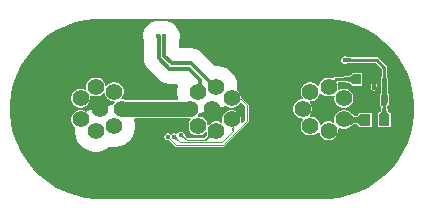
<source format=gbl>
G04*
G04 #@! TF.GenerationSoftware,Altium Limited,Altium Designer,23.3.1 (30)*
G04*
G04 Layer_Physical_Order=2*
G04 Layer_Color=16711680*
%FSLAX44Y44*%
%MOMM*%
G71*
G04*
G04 #@! TF.SameCoordinates,065D5753-7B19-4784-9F45-B8A4711B8C0D*
G04*
G04*
G04 #@! TF.FilePolarity,Positive*
G04*
G01*
G75*
%ADD17C,0.3660*%
%ADD18C,0.6000*%
%ADD20C,0.1016*%
%ADD21C,0.2540*%
%ADD22C,1.4000*%
G04:AMPARAMS|DCode=23|XSize=5mm|YSize=2mm|CornerRadius=0.5mm|HoleSize=0mm|Usage=FLASHONLY|Rotation=180.000|XOffset=0mm|YOffset=0mm|HoleType=Round|Shape=RoundedRectangle|*
%AMROUNDEDRECTD23*
21,1,5.0000,1.0000,0,0,180.0*
21,1,4.0000,2.0000,0,0,180.0*
1,1,1.0000,-2.0000,0.5000*
1,1,1.0000,2.0000,0.5000*
1,1,1.0000,2.0000,-0.5000*
1,1,1.0000,-2.0000,-0.5000*
%
%ADD23ROUNDEDRECTD23*%
G04:AMPARAMS|DCode=25|XSize=4mm|YSize=1.5mm|CornerRadius=0.375mm|HoleSize=0mm|Usage=FLASHONLY|Rotation=0.000|XOffset=0mm|YOffset=0mm|HoleType=Round|Shape=RoundedRectangle|*
%AMROUNDEDRECTD25*
21,1,4.0000,0.7500,0,0,0.0*
21,1,3.2500,1.5000,0,0,0.0*
1,1,0.7500,1.6250,-0.3750*
1,1,0.7500,-1.6250,-0.3750*
1,1,0.7500,-1.6250,0.3750*
1,1,0.7500,1.6250,0.3750*
%
%ADD25ROUNDEDRECTD25*%
%ADD26C,0.4064*%
%ADD27C,0.4100*%
%ADD28C,0.4060*%
%ADD29R,0.9000X1.0000*%
%ADD30R,0.7000X0.9000*%
%ADD31C,1.3000*%
G36*
X279770Y160158D02*
X288104Y158256D01*
X296174Y155432D01*
X303876Y151723D01*
X311115Y147175D01*
X317799Y141844D01*
X323844Y135799D01*
X329175Y129115D01*
X333723Y121876D01*
X337432Y114174D01*
X340256Y106105D01*
X342158Y97770D01*
X343116Y89275D01*
Y80725D01*
X342158Y72230D01*
X340256Y63896D01*
X337432Y55826D01*
X333723Y48123D01*
X329175Y40885D01*
X323844Y34201D01*
X317799Y28156D01*
X311115Y22825D01*
X303876Y18277D01*
X296174Y14568D01*
X288105Y11744D01*
X279770Y9842D01*
X271275Y8885D01*
X72758D01*
X64263Y9842D01*
X55929Y11744D01*
X47859Y14568D01*
X40156Y18277D01*
X32918Y22825D01*
X26234Y28156D01*
X20189Y34201D01*
X14858Y40885D01*
X10310Y48123D01*
X6601Y55826D01*
X3777Y63895D01*
X1875Y72230D01*
X918Y80725D01*
Y89275D01*
X1875Y97770D01*
X3777Y106104D01*
X6601Y114174D01*
X10310Y121876D01*
X14858Y129115D01*
X20189Y135799D01*
X26234Y141844D01*
X32918Y147175D01*
X40156Y151723D01*
X47859Y155432D01*
X55928Y158256D01*
X64263Y160158D01*
X72758Y161115D01*
X271275D01*
X279770Y160158D01*
D02*
G37*
%LPC*%
G36*
X133192Y159350D02*
X129808D01*
X128950Y159120D01*
X128092Y159350D01*
X124708D01*
X121440Y158474D01*
X118510Y156783D01*
X116117Y154390D01*
X114426Y151460D01*
X113550Y148192D01*
Y144808D01*
X113881Y143573D01*
Y128040D01*
X114315Y124743D01*
X115588Y121670D01*
X117612Y119032D01*
X126652Y109992D01*
X129290Y107968D01*
X132363Y106695D01*
X135660Y106261D01*
X142391D01*
X143097Y105205D01*
X142884Y104692D01*
X142200Y101253D01*
Y97747D01*
X142884Y94308D01*
X143169Y93621D01*
X142463Y92565D01*
X98211D01*
X96586Y93000D01*
X95643D01*
X95117Y94270D01*
X95435Y94588D01*
X96488Y96412D01*
X97033Y98447D01*
Y100553D01*
X96488Y102588D01*
X95435Y104412D01*
X93945Y105902D01*
X92121Y106955D01*
X90086Y107500D01*
X87980D01*
X85945Y106955D01*
X84121Y105902D01*
X82794Y104575D01*
X82297Y104566D01*
X82208Y104583D01*
X81442Y104892D01*
X80988Y106588D01*
X79935Y108412D01*
X78445Y109902D01*
X76621Y110955D01*
X74586Y111500D01*
X72480D01*
X70445Y110955D01*
X68621Y109902D01*
X67132Y108412D01*
X66078Y106588D01*
X65533Y104553D01*
Y102447D01*
X65733Y101702D01*
X64642Y100865D01*
X63621Y101455D01*
X61586Y102000D01*
X59480D01*
X57445Y101455D01*
X55621Y100402D01*
X54131Y98912D01*
X53078Y97088D01*
X52533Y95053D01*
Y92947D01*
X53078Y90912D01*
X54131Y89088D01*
X55621Y87598D01*
X57445Y86545D01*
X59480Y86000D01*
X61586D01*
X63621Y86545D01*
X65445Y87598D01*
X66935Y89088D01*
X67988Y90912D01*
X68533Y92947D01*
Y95053D01*
X68334Y95798D01*
X69424Y96635D01*
X70445Y96045D01*
X72480Y95500D01*
X74586D01*
X76621Y96045D01*
X78445Y97098D01*
X79772Y98425D01*
X80269Y98434D01*
X80358Y98417D01*
X81124Y98108D01*
X81578Y96412D01*
X82632Y94588D01*
X84121Y93098D01*
X85945Y92045D01*
X87980Y91500D01*
X88923D01*
X89449Y90230D01*
X89131Y89912D01*
X88201Y88300D01*
X87280D01*
X83841Y87616D01*
X80602Y86274D01*
X77686Y84326D01*
X77266Y83906D01*
X75286Y84300D01*
X71780D01*
X68341Y83616D01*
X65430Y82410D01*
X63621Y83455D01*
X61586Y84000D01*
X59480D01*
X57445Y83455D01*
X55621Y82402D01*
X54131Y80912D01*
X53078Y79088D01*
X52533Y77053D01*
Y74947D01*
X53078Y72912D01*
X54131Y71088D01*
X55621Y69598D01*
X55961Y69402D01*
X55733Y68253D01*
Y64747D01*
X56417Y61308D01*
X57759Y58069D01*
X59707Y55153D01*
X62186Y52674D01*
X65102Y50726D01*
X68341Y49384D01*
X71780Y48700D01*
X75286D01*
X78725Y49384D01*
X81965Y50726D01*
X84880Y52674D01*
X85300Y53094D01*
X87280Y52700D01*
X90786D01*
X94225Y53384D01*
X97465Y54726D01*
X100380Y56674D01*
X102859Y59153D01*
X104807Y62069D01*
X106149Y65308D01*
X106833Y68747D01*
Y72253D01*
X106149Y75692D01*
X105864Y76379D01*
X106570Y77435D01*
X150822D01*
X152447Y77000D01*
X153390D01*
X153916Y75730D01*
X153598Y75412D01*
X152545Y73588D01*
X152000Y71553D01*
Y69447D01*
X152545Y67412D01*
X153598Y65588D01*
X155088Y64098D01*
X156912Y63045D01*
X158947Y62500D01*
X161053D01*
X163088Y63045D01*
X164912Y64098D01*
X166239Y65425D01*
X166736Y65434D01*
X166825Y65417D01*
X167591Y65108D01*
X167868Y64074D01*
X167843Y63934D01*
X167894Y63705D01*
X167893Y63545D01*
X167846Y63307D01*
X167733Y62990D01*
X167543Y62604D01*
X167269Y62158D01*
X166919Y61670D01*
X166151Y60771D01*
X165779Y60398D01*
X150995D01*
X149886Y61507D01*
X149764Y61641D01*
X149270Y62257D01*
X149098Y62503D01*
X148963Y62723D01*
X148871Y62900D01*
X148821Y63025D01*
X148782Y63174D01*
X148720Y63256D01*
X148304Y64259D01*
X147446Y65117D01*
X146325Y65582D01*
X145112D01*
X143991Y65117D01*
X143133Y64259D01*
X143124Y64238D01*
X141626Y63940D01*
X141431Y64135D01*
X140310Y64599D01*
X139097D01*
X137976Y64135D01*
X137120Y63279D01*
X136332Y64067D01*
X135211Y64531D01*
X133997D01*
X132876Y64067D01*
X132018Y63209D01*
X131554Y62088D01*
Y60875D01*
X132018Y59753D01*
X132876Y58896D01*
X133997Y58431D01*
X135211D01*
X135306Y58471D01*
X140431Y53346D01*
X141585Y52868D01*
X181000D01*
X182154Y53346D01*
X202404Y73596D01*
X202882Y74750D01*
Y88250D01*
X202404Y89404D01*
X197583Y94225D01*
X196500Y94674D01*
Y95053D01*
X195955Y97088D01*
X194902Y98912D01*
X193412Y100402D01*
X193071Y100598D01*
X193300Y101747D01*
Y105253D01*
X192616Y108692D01*
X191274Y111931D01*
X189326Y114847D01*
X186847Y117326D01*
X183932Y119274D01*
X180692Y120616D01*
X177253Y121300D01*
X174687D01*
X163319Y132668D01*
X160681Y134692D01*
X157609Y135965D01*
X154312Y136399D01*
X144019D01*
Y143573D01*
X144350Y144808D01*
Y148192D01*
X143474Y151460D01*
X141783Y154390D01*
X139390Y156783D01*
X136460Y158474D01*
X133192Y159350D01*
D02*
G37*
G36*
X291280Y115552D02*
X290250Y115500D01*
Y114923D01*
X290250D01*
Y114923D01*
X289644Y113897D01*
X289492Y113793D01*
X288669Y113446D01*
X287512Y113125D01*
X286066Y112857D01*
X279814Y112384D01*
X277171Y112352D01*
X276994Y112277D01*
X276298Y112138D01*
X275547Y111637D01*
X274398Y110487D01*
X273588Y110955D01*
X271553Y111500D01*
X269447D01*
X267412Y110955D01*
X265588Y109902D01*
X264098Y108412D01*
X263045Y106588D01*
X262591Y104892D01*
X261825Y104583D01*
X261736Y104566D01*
X261239Y104575D01*
X259912Y105902D01*
X258088Y106955D01*
X256053Y107500D01*
X253947D01*
X251912Y106955D01*
X250088Y105902D01*
X248598Y104412D01*
X247545Y102588D01*
X247000Y100553D01*
Y98447D01*
X247545Y96412D01*
X248598Y94588D01*
X248916Y94270D01*
X248390Y93000D01*
X247447D01*
X245412Y92455D01*
X243588Y91402D01*
X242098Y89912D01*
X241045Y88088D01*
X240500Y86053D01*
Y83947D01*
X241045Y81912D01*
X242098Y80088D01*
X243588Y78598D01*
X245412Y77545D01*
X247447Y77000D01*
X248390D01*
X248916Y75730D01*
X248598Y75412D01*
X247545Y73588D01*
X247000Y71553D01*
Y69447D01*
X247545Y67412D01*
X248598Y65588D01*
X250088Y64098D01*
X251912Y63045D01*
X253947Y62500D01*
X256053D01*
X258088Y63045D01*
X259912Y64098D01*
X261239Y65425D01*
X261736Y65434D01*
X261825Y65417D01*
X262591Y65108D01*
X263045Y63412D01*
X264098Y61588D01*
X265588Y60098D01*
X267412Y59045D01*
X269447Y58500D01*
X271553D01*
X273588Y59045D01*
X275412Y60098D01*
X276902Y61588D01*
X277955Y63412D01*
X278500Y65447D01*
Y67553D01*
X278300Y68298D01*
X279391Y69135D01*
X280412Y68545D01*
X282447Y68000D01*
X284553D01*
X286588Y68545D01*
X288412Y69598D01*
X288945Y70132D01*
X289112Y70187D01*
X289828Y70803D01*
X290611Y71323D01*
X291519Y71793D01*
X292558Y72208D01*
X293480Y72490D01*
X294480Y72150D01*
X295232Y71760D01*
X295559Y71488D01*
X296000Y70327D01*
Y70327D01*
X296000D01*
Y69750D01*
X297031Y69698D01*
X297119Y69735D01*
X297232Y69717D01*
X297282Y69750D01*
X307000D01*
Y81750D01*
X297282D01*
X297232Y81783D01*
X297119Y81765D01*
X297031Y81802D01*
X296000Y81750D01*
Y81173D01*
X296000D01*
Y81173D01*
X295559Y80012D01*
X295232Y79740D01*
X294480Y79350D01*
X293582Y79044D01*
X292703Y79332D01*
X291718Y79759D01*
X290870Y80239D01*
X290155Y80770D01*
X289507Y81403D01*
X289345Y81468D01*
X288412Y82402D01*
X286588Y83455D01*
X284553Y84000D01*
X282447D01*
X280412Y83455D01*
X278588Y82402D01*
X277098Y80912D01*
X276045Y79088D01*
X275500Y77053D01*
Y74947D01*
X275700Y74202D01*
X274609Y73365D01*
X273588Y73955D01*
X271553Y74500D01*
X269447D01*
X267412Y73955D01*
X265588Y72902D01*
X264261Y71575D01*
X263764Y71566D01*
X263675Y71583D01*
X262909Y71892D01*
X262455Y73588D01*
X261402Y75412D01*
X259912Y76902D01*
X258088Y77955D01*
X256053Y78500D01*
X255110D01*
X254584Y79770D01*
X254902Y80088D01*
X255955Y81912D01*
X256500Y83947D01*
Y86053D01*
X255955Y88088D01*
X254902Y89912D01*
X254584Y90230D01*
X255110Y91500D01*
X256053D01*
X258088Y92045D01*
X259912Y93098D01*
X261402Y94588D01*
X262455Y96412D01*
X262909Y98108D01*
X263675Y98417D01*
X263764Y98434D01*
X264261Y98425D01*
X265588Y97098D01*
X267412Y96045D01*
X269447Y95500D01*
X271553D01*
X273588Y96045D01*
X274609Y96635D01*
X275700Y95798D01*
X275500Y95053D01*
Y92947D01*
X276045Y90912D01*
X277098Y89088D01*
X278588Y87598D01*
X280412Y86545D01*
X282447Y86000D01*
X284553D01*
X286588Y86545D01*
X288412Y87598D01*
X289902Y89088D01*
X290955Y90912D01*
X291500Y92947D01*
Y95053D01*
X290955Y97088D01*
X289902Y98912D01*
X288412Y100402D01*
X286588Y101455D01*
X284553Y102000D01*
X282447D01*
X280412Y101455D01*
X279391Y100865D01*
X278300Y101702D01*
X278500Y102447D01*
Y104553D01*
X278006Y106398D01*
X278336Y107046D01*
X278821Y107628D01*
X279825Y107616D01*
X284277Y107363D01*
X286041Y107148D01*
X287512Y106875D01*
X288669Y106554D01*
X289492Y106207D01*
X289644Y106103D01*
X290250Y105077D01*
Y105077D01*
X290250D01*
Y104500D01*
X291280Y104448D01*
X291399Y104497D01*
X291525Y104476D01*
X291558Y104500D01*
X299250D01*
Y115500D01*
X291558D01*
X291525Y115524D01*
X291399Y115503D01*
X291280Y115552D01*
D02*
G37*
G36*
X308750Y112315D02*
X307864Y112138D01*
X307113Y111637D01*
X306612Y110886D01*
X306436Y110000D01*
Y107744D01*
X306398Y107657D01*
X306367Y105776D01*
X306277Y105561D01*
X306287Y105538D01*
X306278Y105515D01*
X306315Y104650D01*
X306308Y104592D01*
X306290Y104514D01*
X306310Y104400D01*
X306233Y104214D01*
X306301Y104047D01*
X306290Y103868D01*
X306352Y103796D01*
X306399Y102704D01*
X306479Y102531D01*
X306612Y101864D01*
X307113Y101114D01*
Y101113D01*
X307864Y100612D01*
X308750Y100436D01*
X309636Y100612D01*
X310387Y101113D01*
X310888Y101864D01*
X311026Y102558D01*
X311102Y102735D01*
X311118Y103854D01*
X311267Y104214D01*
X311257Y104240D01*
X311266Y104266D01*
X311206Y105520D01*
X311223Y105561D01*
X311201Y105612D01*
X311201Y105619D01*
X311217Y105673D01*
X311197Y105710D01*
X311101Y107691D01*
X311064Y107769D01*
Y110000D01*
X310888Y110886D01*
X310387Y111637D01*
X309636Y112138D01*
X308750Y112315D01*
D02*
G37*
G36*
X285107Y129462D02*
X283893D01*
X282772Y128998D01*
X281914Y128140D01*
X281450Y127019D01*
Y125805D01*
X281914Y124684D01*
X282772Y123826D01*
X283893Y123362D01*
X285107D01*
X286228Y123826D01*
X286311Y123910D01*
X289441Y124061D01*
X289519Y124097D01*
X310379D01*
X315436Y119041D01*
Y118403D01*
X315400Y118329D01*
X313674Y90395D01*
X313685Y90361D01*
X313672Y90329D01*
X313750Y90140D01*
Y89374D01*
X314359Y87904D01*
X315272Y86991D01*
X315264Y86868D01*
X315100Y85520D01*
X314876Y84382D01*
X314601Y83459D01*
X314289Y82760D01*
X313965Y82283D01*
X313788Y82121D01*
X312577Y81750D01*
X312577D01*
Y81750D01*
X312000Y81750D01*
X311948Y80719D01*
X311963Y80683D01*
X311959Y80565D01*
X312000Y80496D01*
Y69750D01*
X323000D01*
Y80480D01*
X323000Y80481D01*
X323037Y80540D01*
X323025Y80655D01*
X323052Y80719D01*
X323000Y81750D01*
X322423D01*
Y81750D01*
X322423D01*
X321319Y82256D01*
X321062Y82699D01*
X320791Y83410D01*
X320552Y84346D01*
X320361Y85482D01*
X320242Y87005D01*
X321141Y87904D01*
X321750Y89374D01*
Y90140D01*
X321828Y90329D01*
X321815Y90359D01*
X321826Y90391D01*
X320256Y117770D01*
X320247Y117789D01*
X320253Y117808D01*
X320167Y118738D01*
X320119Y118829D01*
X320131Y118931D01*
X320079Y119115D01*
X320065Y119134D01*
Y120000D01*
X319888Y120886D01*
X319387Y121637D01*
X312975Y128049D01*
X312224Y128550D01*
X311338Y128727D01*
X289494D01*
X289407Y128764D01*
X286948Y128805D01*
X286450Y128840D01*
X286375Y128850D01*
X286228Y128998D01*
X285107Y129462D01*
D02*
G37*
%LPD*%
G36*
X199618Y87574D02*
Y75426D01*
X197330Y73139D01*
X196192Y73796D01*
X196500Y74947D01*
Y77053D01*
X195955Y79088D01*
X194902Y80912D01*
X193412Y82402D01*
X191588Y83455D01*
X189553Y84000D01*
X187447D01*
X185412Y83455D01*
X183588Y82402D01*
X182098Y80912D01*
X181045Y79088D01*
X180500Y77053D01*
Y74947D01*
X180700Y74202D01*
X179609Y73365D01*
X178588Y73955D01*
X176553Y74500D01*
X174447D01*
X172412Y73955D01*
X170588Y72902D01*
X169261Y71575D01*
X168764Y71566D01*
X168675Y71583D01*
X167909Y71892D01*
X167455Y73588D01*
X166402Y75412D01*
X164912Y76902D01*
X163088Y77955D01*
X161053Y78500D01*
X160110D01*
X159584Y79770D01*
X159902Y80088D01*
X160832Y81700D01*
X161753D01*
X165192Y82384D01*
X168431Y83726D01*
X171347Y85674D01*
X171767Y86094D01*
X173747Y85700D01*
X177253D01*
X180692Y86384D01*
X183603Y87590D01*
X185412Y86545D01*
X187447Y86000D01*
X189553D01*
X191588Y86545D01*
X193412Y87598D01*
X194902Y89088D01*
X195416Y89979D01*
X197003Y90188D01*
X199618Y87574D01*
D02*
G37*
G36*
X190407Y69232D02*
X190271Y69098D01*
X190150Y68908D01*
X190046Y68662D01*
X189958Y68359D01*
X189886Y68000D01*
X189830Y67584D01*
X189766Y66585D01*
X189758Y66000D01*
X188742D01*
X188734Y66562D01*
X188668Y67513D01*
X188610Y67902D01*
X188535Y68234D01*
X188444Y68507D01*
X188336Y68723D01*
X188212Y68881D01*
X188071Y68982D01*
X187914Y69025D01*
X190559Y69310D01*
X190407Y69232D01*
D02*
G37*
G36*
X171517Y60743D02*
X171218Y60894D01*
X170882Y60960D01*
X170507Y60940D01*
X170093Y60834D01*
X169642Y60643D01*
X169153Y60367D01*
X168625Y60005D01*
X168060Y59558D01*
X167456Y59025D01*
X166814Y58407D01*
X166096Y59125D01*
X166734Y59786D01*
X167771Y61002D01*
X168171Y61559D01*
X168491Y62080D01*
X168732Y62567D01*
X168893Y63019D01*
X168975Y63437D01*
X168977Y63820D01*
X168900Y64168D01*
X171517Y60743D01*
D02*
G37*
G36*
X147791Y62684D02*
X147886Y62448D01*
X148020Y62190D01*
X148192Y61910D01*
X148403Y61607D01*
X148941Y60937D01*
X149634Y60177D01*
X150038Y59765D01*
X149544Y58822D01*
X149134Y59218D01*
X148372Y59862D01*
X148021Y60111D01*
X147690Y60310D01*
X147378Y60461D01*
X147086Y60563D01*
X146814Y60616D01*
X146561Y60620D01*
X146328Y60574D01*
X147735Y62899D01*
X147791Y62684D01*
D02*
G37*
G36*
X141771Y61261D02*
X141831Y60979D01*
X141931Y60682D01*
X142073Y60370D01*
X142255Y60043D01*
X142479Y59702D01*
X142744Y59345D01*
X143398Y58586D01*
X143786Y58184D01*
X143068Y57466D01*
X142666Y57855D01*
X141908Y58508D01*
X141551Y58773D01*
X141209Y58997D01*
X140882Y59180D01*
X140570Y59321D01*
X140273Y59422D01*
X139991Y59481D01*
X139724Y59499D01*
X141754Y61528D01*
X141771Y61261D01*
D02*
G37*
G36*
X291280Y105531D02*
X291140Y106138D01*
X290717Y106682D01*
X290012Y107162D01*
X289025Y107578D01*
X287756Y107930D01*
X286206Y108218D01*
X284373Y108442D01*
X279862Y108698D01*
X277183Y108730D01*
Y111270D01*
X279862Y111302D01*
X286206Y111782D01*
X287756Y112070D01*
X289025Y112422D01*
X290012Y112838D01*
X290717Y113318D01*
X291140Y113862D01*
X291280Y114469D01*
Y105531D01*
D02*
G37*
G36*
X297031Y77266D02*
X297929Y77164D01*
X301500Y77020D01*
Y74480D01*
X299648Y74445D01*
X297031Y74228D01*
Y70781D01*
X296898Y71483D01*
X296499Y72112D01*
X295835Y72667D01*
X294906Y73148D01*
X293710Y73555D01*
X293454Y73614D01*
X293447Y73612D01*
X292198Y73230D01*
X291069Y72778D01*
X290061Y72257D01*
X289173Y71667D01*
X288406Y71007D01*
X288525Y74332D01*
X283750Y74480D01*
Y77020D01*
X286273Y77057D01*
X288628Y77221D01*
X288750Y80630D01*
X289451Y79944D01*
X290279Y79330D01*
X291235Y78789D01*
X292318Y78320D01*
X293529Y77923D01*
X293569Y77913D01*
X293710Y77945D01*
X294906Y78352D01*
X295835Y78833D01*
X296499Y79388D01*
X296898Y80017D01*
X297031Y80719D01*
Y77266D01*
D02*
G37*
G36*
X310120Y105561D02*
X310140D01*
X310121Y105538D01*
X310185Y104214D01*
X310041D01*
X310020Y102750D01*
X307480D01*
X307417Y104214D01*
X307315D01*
X307346Y104277D01*
X307374Y104403D01*
X307399Y104590D01*
X307400Y104609D01*
X307360Y105561D01*
X307446D01*
X307480Y107639D01*
X310020Y107639D01*
X310120Y105561D01*
D02*
G37*
G36*
X286027Y127816D02*
X286153Y127788D01*
X286340Y127763D01*
X286901Y127723D01*
X289389Y127682D01*
Y125142D01*
X285964Y124977D01*
Y127847D01*
X286027Y127816D01*
D02*
G37*
G36*
X319089Y118638D02*
X319175Y117708D01*
X320746Y90329D01*
X314754D01*
X316480Y118262D01*
X319020D01*
X319037Y118823D01*
X319089Y118638D01*
D02*
G37*
G36*
X319049Y88374D02*
X319285Y85350D01*
X319492Y84122D01*
X319757Y83082D01*
X320082Y82232D01*
X320465Y81570D01*
X320908Y81097D01*
X321409Y80814D01*
X321969Y80719D01*
X313030D01*
X313686Y80814D01*
X314272Y81097D01*
X314790Y81570D01*
X315238Y82232D01*
X315618Y83082D01*
X315928Y84122D01*
X316169Y85350D01*
X316342Y86768D01*
X316446Y88374D01*
X316480Y90170D01*
X319020D01*
X319049Y88374D01*
D02*
G37*
D17*
X126620Y128040D02*
Y146280D01*
X135660Y119000D02*
X152381D01*
X126620Y128040D02*
X135660Y119000D01*
X137590Y123660D02*
X154312D01*
X131280Y129970D02*
Y145969D01*
Y129970D02*
X137590Y123660D01*
X154312D02*
X174471Y103500D01*
X131280Y145969D02*
X131500Y146189D01*
Y146500D01*
X126400D02*
X126620Y146280D01*
X152381Y119000D02*
X161535Y109846D01*
Y101035D02*
Y109846D01*
X160000Y99500D02*
X161535Y101035D01*
X174471Y103500D02*
X175500D01*
D18*
X317750Y90170D02*
D03*
D20*
X134604Y61481D02*
X141585Y54500D01*
X181000D02*
X201250Y74750D01*
X141585Y54500D02*
X181000D01*
X146553Y62532D02*
X150318Y58766D01*
X166455D02*
X174189Y66500D01*
X150318Y58766D02*
X166455D01*
X180000Y56750D02*
X189250Y66000D01*
X188500Y76000D02*
X189250Y75250D01*
Y66000D02*
Y75250D01*
X144503Y56750D02*
X180000D01*
X201250Y74750D02*
Y88250D01*
X196429Y93071D02*
X201250Y88250D01*
X189429Y93071D02*
X196429D01*
X188500Y94000D02*
X189429Y93071D01*
X139704Y61549D02*
X144503Y56750D01*
X174189Y66500D02*
X175500D01*
X145718Y62532D02*
X146553D01*
D21*
X277183Y110000D02*
X294750D01*
X270683Y103500D02*
X277183Y110000D01*
X270500Y103500D02*
X270683D01*
X317750Y90170D02*
Y120000D01*
Y76000D02*
Y90170D01*
X311338Y126412D02*
X317750Y120000D01*
X308750Y102750D02*
Y110000D01*
Y102750D02*
X308750Y102750D01*
X284500Y126412D02*
X311338D01*
X283500Y76000D02*
X283750Y75750D01*
X301500D01*
X317500D02*
X317750Y76000D01*
D22*
X283500D02*
D03*
Y94000D02*
D03*
X270500Y103500D02*
D03*
X255000Y99500D02*
D03*
X248500Y85000D02*
D03*
X267000D02*
D03*
X255000Y70500D02*
D03*
X270500Y66500D02*
D03*
X60533Y94000D02*
D03*
Y76000D02*
D03*
X73533Y66500D02*
D03*
X89033Y70500D02*
D03*
X95533Y85000D02*
D03*
X77033Y85000D02*
D03*
X89033Y99500D02*
D03*
X73533Y103500D02*
D03*
X188500Y94000D02*
D03*
Y76000D02*
D03*
X175500Y66500D02*
D03*
X160000Y70500D02*
D03*
X153500Y85000D02*
D03*
X172000D02*
D03*
X160000Y99500D02*
D03*
X175500Y103500D02*
D03*
D23*
X267000Y22500D02*
D03*
Y147500D02*
D03*
X172000D02*
D03*
Y22500D02*
D03*
D25*
X77033Y147500D02*
D03*
Y22500D02*
D03*
D26*
X109750Y102500D02*
D03*
X195750Y108750D02*
D03*
X165000Y49500D02*
D03*
X155500D02*
D03*
X137000Y48250D02*
D03*
X123750Y52750D02*
D03*
X120750Y71000D02*
D03*
X130000Y105000D02*
D03*
X118000Y96000D02*
D03*
X100500Y146750D02*
D03*
X53000Y147250D02*
D03*
X36000Y133750D02*
D03*
X23750Y121500D02*
D03*
X15250Y103000D02*
D03*
X15000Y65750D02*
D03*
X21000Y44000D02*
D03*
X32500Y31750D02*
D03*
X54000Y27000D02*
D03*
X87750Y33500D02*
D03*
X102000Y54736D02*
D03*
D27*
X246250Y120750D02*
D03*
X338750Y83750D02*
D03*
X293000Y85500D02*
D03*
X294500Y100750D02*
D03*
X275250Y121500D02*
D03*
X296000Y132500D02*
D03*
X308500Y120000D02*
D03*
X260750Y110000D02*
D03*
X225000Y120250D02*
D03*
X243000Y97500D02*
D03*
X308750Y102750D02*
D03*
X131500Y146500D02*
D03*
X126400D02*
D03*
X135750Y67500D02*
D03*
X108750Y75000D02*
D03*
X100500Y111250D02*
D03*
X52250Y88000D02*
D03*
X134604Y61481D02*
D03*
X139704Y61549D02*
D03*
X145718Y62532D02*
D03*
X141750Y158750D02*
D03*
X116000D02*
D03*
X111000Y146250D02*
D03*
X140500Y103000D02*
D03*
X147750Y72250D02*
D03*
X52604Y83000D02*
D03*
X196750Y84750D02*
D03*
X174500Y126000D02*
D03*
X284500Y126412D02*
D03*
D28*
X331701Y103100D02*
D03*
Y63100D02*
D03*
X311701Y143101D02*
D03*
X321701Y123100D02*
D03*
X311701Y63100D02*
D03*
X321701Y43100D02*
D03*
X291701Y63100D02*
D03*
X301701Y43100D02*
D03*
X281701D02*
D03*
X261701D02*
D03*
X231701Y143101D02*
D03*
Y63100D02*
D03*
X241701Y43100D02*
D03*
X231701Y23100D02*
D03*
X211701Y143101D02*
D03*
Y103100D02*
D03*
X221701Y83100D02*
D03*
X211701Y63100D02*
D03*
X221701Y43100D02*
D03*
X211701Y23100D02*
D03*
X201701Y123100D02*
D03*
Y43100D02*
D03*
X181701D02*
D03*
X131701Y23100D02*
D03*
X111701D02*
D03*
X31701Y143101D02*
D03*
D29*
X317500Y75750D02*
D03*
X301500D02*
D03*
D30*
X308750Y110000D02*
D03*
X294750D02*
D03*
D31*
X95533Y85000D02*
X153500D01*
X95533Y85000D02*
X95533Y85000D01*
M02*

</source>
